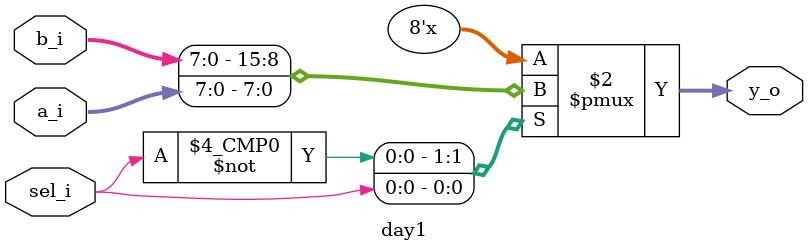
<source format=sv>

module day1 (
  input   wire [7:0]    a_i,
  input   wire [7:0]    b_i,
  input   wire          sel_i,
  output  reg [7:0]    y_o
);

  //assign y_o = sel_i ? a_i : b_i;
  always @(a_i,b_i,sel_i) begin
    case(sel_i)
    2'b00: y_o = b_i;
    2'b01: y_o = a_i;
    default: y_o = 0;
    endcase
  end

endmodule
</source>
